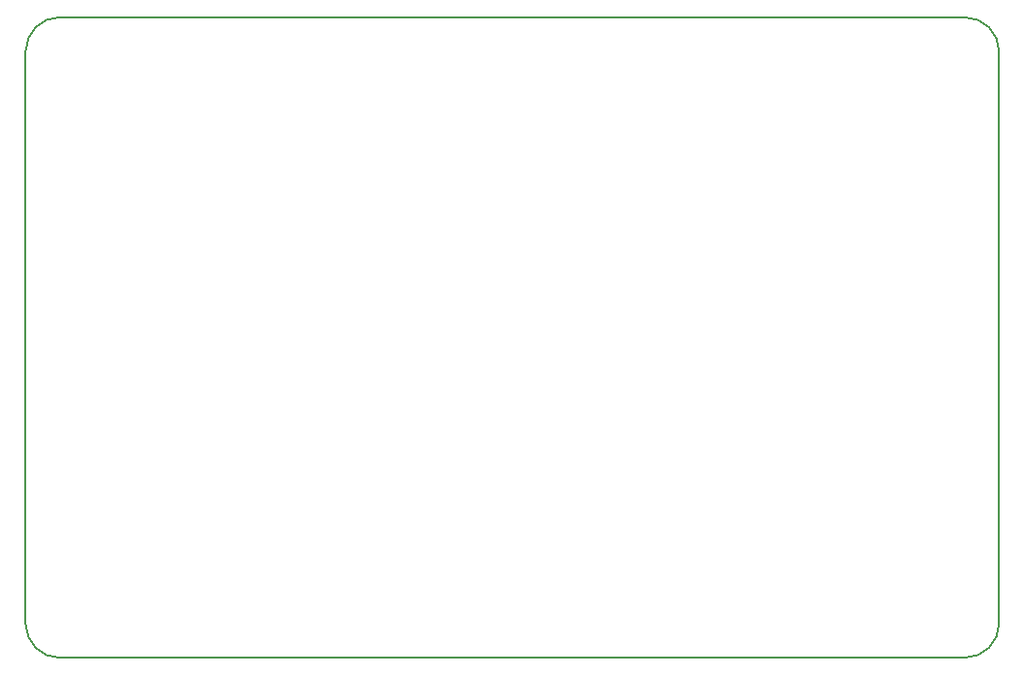
<source format=gm1>
G04 #@! TF.GenerationSoftware,KiCad,Pcbnew,5.1.7-a382d34a8~88~ubuntu18.04.1*
G04 #@! TF.CreationDate,2021-07-15T18:06:38+02:00*
G04 #@! TF.ProjectId,alim_hat,616c696d-5f68-4617-942e-6b696361645f,4.1*
G04 #@! TF.SameCoordinates,Original*
G04 #@! TF.FileFunction,Profile,NP*
%FSLAX46Y46*%
G04 Gerber Fmt 4.6, Leading zero omitted, Abs format (unit mm)*
G04 Created by KiCad (PCBNEW 5.1.7-a382d34a8~88~ubuntu18.04.1) date 2021-07-15 18:06:38*
%MOMM*%
%LPD*%
G01*
G04 APERTURE LIST*
G04 #@! TA.AperFunction,Profile*
%ADD10C,0.200000*%
G04 #@! TD*
G04 APERTURE END LIST*
D10*
X200010100Y-96691500D02*
X200010100Y-146691500D01*
X285010099Y-146691501D02*
G75*
G02*
X282010100Y-149691500I-2999997J-2D01*
G01*
X282010100Y-93691500D02*
G75*
G02*
X285010100Y-96691500I2J-2999998D01*
G01*
X285010100Y-146691500D02*
X285010100Y-96691500D01*
X203010098Y-149691500D02*
G75*
G02*
X200010100Y-146691500I-1J2999997D01*
G01*
X282010100Y-93691500D02*
X203010100Y-93691500D01*
X200010099Y-96691499D02*
G75*
G02*
X203010100Y-93691500I2999998J1D01*
G01*
X203010100Y-149691500D02*
X282010100Y-149691500D01*
M02*

</source>
